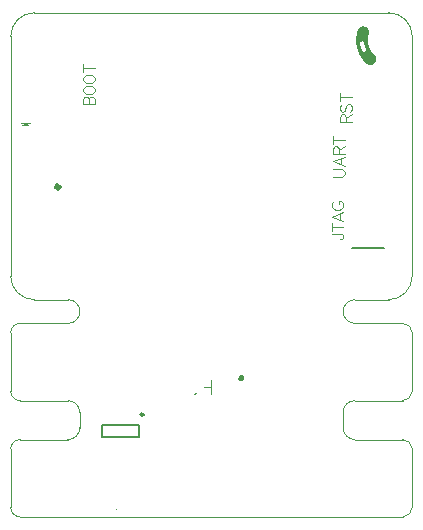
<source format=gto>
G04*
G04 #@! TF.GenerationSoftware,Altium Limited,Altium Designer,21.6.1 (37)*
G04*
G04 Layer_Color=65535*
%FSAX25Y25*%
%MOIN*%
G70*
G04*
G04 #@! TF.SameCoordinates,2A6196F6-AC41-4C62-9EE7-3AB2130DBF51*
G04*
G04*
G04 #@! TF.FilePolarity,Positive*
G04*
G01*
G75*
%ADD10C,0.00984*%
%ADD11C,0.01968*%
%ADD12C,0.00394*%
%ADD13C,0.01575*%
%ADD14C,0.00591*%
%ADD15C,0.00787*%
G36*
X-0000197Y0045472D02*
X0000295Y0045472D01*
Y0040748D01*
X-0000197D01*
Y0042913D01*
X-0002559D01*
Y0043307D01*
X-0000197Y0043307D01*
X-0000197Y0045472D01*
D02*
G37*
G36*
X-0061910Y0131299D02*
X-0060335Y0130118D01*
X-0063484D01*
X-0061910Y0131299D01*
D02*
G37*
G36*
X0048550Y0156492D02*
X0048485Y0156777D01*
X0048429Y0157064D01*
X0048380Y0157353D01*
X0048340Y0157642D01*
X0048307Y0157933D01*
X0048281Y0158224D01*
X0048264Y0158517D01*
X0048255Y0158809D01*
X0048254Y0159101D01*
X0048260Y0159394D01*
X0048275Y0159686D01*
X0048297Y0159978D01*
X0048328Y0160269D01*
X0048366Y0160559D01*
X0048412Y0160848D01*
X0048466Y0161135D01*
X0048527Y0161421D01*
X0048597Y0161705D01*
X0048674Y0161988D01*
X0048707Y0162099D01*
X0048707Y0162100D01*
X0048738Y0162195D01*
X0048781Y0162304D01*
X0048830Y0162411D01*
X0048885Y0162514D01*
X0048947Y0162614D01*
X0049015Y0162710D01*
X0049088Y0162802D01*
X0049167Y0162889D01*
X0049251Y0162971D01*
X0049339Y0163048D01*
X0049433Y0163119D01*
X0049530Y0163185D01*
X0049631Y0163245D01*
X0049735Y0163298D01*
X0049843Y0163346D01*
X0049953Y0163386D01*
X0050065Y0163420D01*
X0050180Y0163447D01*
X0050295Y0163467D01*
X0050412Y0163480D01*
X0050529Y0163486D01*
X0050647Y0163484D01*
X0050764Y0163476D01*
X0050880Y0163461D01*
X0050995Y0163438D01*
X0051109Y0163409D01*
X0051221Y0163373D01*
X0051330Y0163330D01*
X0051437Y0163281D01*
X0051540Y0163226D01*
X0051640Y0163164D01*
X0051736Y0163096D01*
X0051828Y0163023D01*
X0051915Y0162944D01*
X0051997Y0162860D01*
X0052074Y0162772D01*
X0052145Y0162679D01*
X0052211Y0162581D01*
X0052271Y0162480D01*
X0052324Y0162376D01*
X0052371Y0162268D01*
X0052412Y0162158D01*
X0052446Y0162046D01*
X0052473Y0161931D01*
X0052492Y0161816D01*
X0052505Y0161699D01*
X0052511Y0161582D01*
X0052510Y0161464D01*
X0052502Y0161347D01*
X0052487Y0161231D01*
X0052464Y0161116D01*
X0052435Y0161002D01*
X0052430Y0160986D01*
X0052430Y0160986D01*
X0052375Y0160794D01*
X0052320Y0160574D01*
X0052272Y0160353D01*
X0052232Y0160131D01*
X0052199Y0159907D01*
X0052173Y0159682D01*
X0052154Y0159456D01*
X0052143Y0159230D01*
X0052139Y0159004D01*
X0052143Y0158778D01*
X0052154Y0158552D01*
X0052173Y0158326D01*
X0052199Y0158101D01*
X0052232Y0157877D01*
X0052272Y0157655D01*
X0052320Y0157434D01*
X0052375Y0157214D01*
X0052437Y0156996D01*
X0052506Y0156781D01*
X0052583Y0156568D01*
X0052666Y0156357D01*
X0052756Y0156150D01*
X0052853Y0155945D01*
X0052956Y0155744D01*
X0053066Y0155546D01*
X0053182Y0155352D01*
X0053305Y0155162D01*
X0053434Y0154976D01*
X0053569Y0154794D01*
X0053709Y0154617D01*
X0053856Y0154444D01*
X0054008Y0154276D01*
X0054165Y0154114D01*
X0054325Y0153959D01*
X0054325Y0153959D01*
X0054343Y0153943D01*
X0054425Y0153859D01*
X0054502Y0153770D01*
X0054574Y0153677D01*
X0054639Y0153580D01*
X0054699Y0153479D01*
X0054752Y0153375D01*
X0054799Y0153267D01*
X0054840Y0153157D01*
X0054874Y0153044D01*
X0054901Y0152930D01*
X0054921Y0152814D01*
X0054934Y0152698D01*
X0054940Y0152581D01*
X0054939Y0152463D01*
X0054930Y0152346D01*
X0054915Y0152230D01*
X0054893Y0152114D01*
X0054863Y0152001D01*
X0054827Y0151889D01*
X0054785Y0151780D01*
X0054735Y0151673D01*
X0054680Y0151570D01*
X0054618Y0151470D01*
X0054550Y0151374D01*
X0054477Y0151282D01*
X0054398Y0151195D01*
X0054314Y0151113D01*
X0054226Y0151036D01*
X0054133Y0150965D01*
X0054035Y0150899D01*
X0053934Y0150839D01*
X0053830Y0150786D01*
X0053722Y0150739D01*
X0053612Y0150698D01*
X0053500Y0150664D01*
X0053385Y0150637D01*
X0053270Y0150617D01*
X0053153Y0150604D01*
X0053036Y0150598D01*
X0052918Y0150600D01*
X0052801Y0150608D01*
X0052685Y0150623D01*
X0052570Y0150645D01*
X0052456Y0150675D01*
X0052344Y0150711D01*
X0052235Y0150754D01*
X0052128Y0150803D01*
X0052025Y0150858D01*
X0051925Y0150920D01*
X0051829Y0150988D01*
X0051737Y0151061D01*
X0051668Y0151124D01*
X0051668Y0151124D01*
X0051556Y0151229D01*
X0051349Y0151435D01*
X0051146Y0151647D01*
X0050950Y0151864D01*
X0050760Y0152086D01*
X0050575Y0152313D01*
X0050397Y0152545D01*
X0050226Y0152782D01*
X0050060Y0153023D01*
X0049902Y0153269D01*
X0049750Y0153519D01*
X0049604Y0153773D01*
X0049466Y0154031D01*
X0049335Y0154292D01*
X0049211Y0154557D01*
X0049094Y0154825D01*
X0048985Y0155096D01*
X0048883Y0155371D01*
X0048788Y0155648D01*
X0048701Y0155927D01*
X0048621Y0156208D01*
X0048550Y0156492D01*
D02*
G37*
%LPC*%
G36*
X0049601Y0157678D02*
X0049602Y0157678D01*
X0050213Y0155396D01*
X0050213Y0155396D01*
X0050234Y0155331D01*
X0050263Y0155268D01*
X0050299Y0155209D01*
X0050341Y0155154D01*
X0050389Y0155104D01*
X0050442Y0155060D01*
X0050500Y0155022D01*
X0050562Y0154991D01*
X0050626Y0154967D01*
X0050694Y0154950D01*
X0050762Y0154941D01*
X0050831Y0154940D01*
X0050900Y0154946D01*
X0050968Y0154960D01*
X0051034Y0154982D01*
X0051096Y0155011D01*
X0051156Y0155046D01*
X0051210Y0155089D01*
X0051260Y0155137D01*
X0051304Y0155190D01*
X0051342Y0155248D01*
X0051373Y0155309D01*
X0051397Y0155374D01*
X0051414Y0155441D01*
X0051423Y0155510D01*
X0051424Y0155579D01*
X0051418Y0155648D01*
X0051404Y0155716D01*
X0051403Y0155715D01*
X0050792Y0157997D01*
X0050792Y0157997D01*
X0050771Y0158063D01*
X0050742Y0158126D01*
X0050706Y0158185D01*
X0050664Y0158240D01*
X0050616Y0158290D01*
X0050563Y0158334D01*
X0050505Y0158371D01*
X0050443Y0158403D01*
X0050379Y0158427D01*
X0050311Y0158443D01*
X0050243Y0158452D01*
X0050174Y0158454D01*
X0050105Y0158447D01*
X0050037Y0158433D01*
X0049972Y0158412D01*
X0049909Y0158383D01*
X0049850Y0158347D01*
X0049795Y0158305D01*
X0049745Y0158257D01*
X0049701Y0158204D01*
X0049663Y0158146D01*
X0049632Y0158084D01*
X0049608Y0158019D01*
X0049591Y0157952D01*
X0049582Y0157884D01*
X0049581Y0157815D01*
X0049587Y0157746D01*
X0049601Y0157678D01*
D02*
G37*
%LPD*%
D10*
X-0022638Y0034055D02*
G03*
X-0022638Y0034055I-0000492J0000000D01*
G01*
D11*
X0009996Y0046272D02*
G03*
X0009996Y0046272I-0000197J0000000D01*
G01*
D12*
X-0031496Y0002559D02*
G03*
X-0031496Y0002559I-0000197J0000000D01*
G01*
D02*
G03*
X-0031496Y0002559I-0000197J0000000D01*
G01*
X-0063484Y0131299D02*
X-0060335D01*
X0040060Y0094394D02*
X0043059D01*
X0043621Y0094207D01*
X0043809Y0094019D01*
X0043996Y0093644D01*
Y0093269D01*
X0043809Y0092895D01*
X0043621Y0092707D01*
X0043059Y0092520D01*
X0042684D01*
X0040060Y0096718D02*
X0043996D01*
X0040060Y0095406D02*
Y0098030D01*
X0043996Y0101498D02*
X0040060Y0099998D01*
X0043996Y0098499D01*
X0042684Y0099061D02*
Y0100936D01*
X0040997Y0105228D02*
X0040622Y0105040D01*
X0040247Y0104666D01*
X0040060Y0104291D01*
Y0103541D01*
X0040247Y0103166D01*
X0040622Y0102791D01*
X0040997Y0102604D01*
X0041559Y0102416D01*
X0042497D01*
X0043059Y0102604D01*
X0043434Y0102791D01*
X0043809Y0103166D01*
X0043996Y0103541D01*
Y0104291D01*
X0043809Y0104666D01*
X0043434Y0105040D01*
X0043059Y0105228D01*
X0042497D01*
Y0104291D02*
Y0105228D01*
X0042914Y0131487D02*
X0046850D01*
X0042914D02*
Y0133174D01*
X0043102Y0133736D01*
X0043289Y0133924D01*
X0043664Y0134111D01*
X0044039D01*
X0044414Y0133924D01*
X0044601Y0133736D01*
X0044789Y0133174D01*
Y0131487D01*
Y0132799D02*
X0046850Y0134111D01*
X0043477Y0137616D02*
X0043102Y0137241D01*
X0042914Y0136679D01*
Y0135929D01*
X0043102Y0135367D01*
X0043477Y0134992D01*
X0043851D01*
X0044226Y0135179D01*
X0044414Y0135367D01*
X0044601Y0135742D01*
X0044976Y0136866D01*
X0045164Y0137241D01*
X0045351Y0137429D01*
X0045726Y0137616D01*
X0046288D01*
X0046663Y0137241D01*
X0046850Y0136679D01*
Y0135929D01*
X0046663Y0135367D01*
X0046288Y0134992D01*
X0042914Y0139809D02*
X0046850D01*
X0042914Y0138497D02*
Y0141121D01*
X0040552Y0113287D02*
X0043364D01*
X0043926Y0113475D01*
X0044301Y0113850D01*
X0044488Y0114412D01*
Y0114787D01*
X0044301Y0115349D01*
X0043926Y0115724D01*
X0043364Y0115911D01*
X0040552D01*
X0044488Y0119998D02*
X0040552Y0118498D01*
X0044488Y0116999D01*
X0043176Y0117561D02*
Y0119435D01*
X0040552Y0120916D02*
X0044488D01*
X0040552D02*
Y0122603D01*
X0040740Y0123165D01*
X0040927Y0123353D01*
X0041302Y0123540D01*
X0041677D01*
X0042052Y0123353D01*
X0042239Y0123165D01*
X0042426Y0122603D01*
Y0120916D01*
Y0122228D02*
X0044488Y0123540D01*
X0040552Y0125733D02*
X0044488D01*
X0040552Y0124421D02*
Y0127045D01*
X-0042716Y0137500D02*
X-0038976D01*
X-0042716D02*
Y0139103D01*
X-0042538Y0139637D01*
X-0042360Y0139815D01*
X-0042004Y0139993D01*
X-0041647D01*
X-0041291Y0139815D01*
X-0041113Y0139637D01*
X-0040935Y0139103D01*
Y0137500D02*
Y0139103D01*
X-0040757Y0139637D01*
X-0040579Y0139815D01*
X-0040223Y0139993D01*
X-0039689D01*
X-0039333Y0139815D01*
X-0039154Y0139637D01*
X-0038976Y0139103D01*
Y0137500D01*
X-0042716Y0141898D02*
X-0042538Y0141542D01*
X-0042182Y0141186D01*
X-0041825Y0141008D01*
X-0041291Y0140830D01*
X-0040401D01*
X-0039867Y0141008D01*
X-0039511Y0141186D01*
X-0039154Y0141542D01*
X-0038976Y0141898D01*
Y0142611D01*
X-0039154Y0142967D01*
X-0039511Y0143323D01*
X-0039867Y0143501D01*
X-0040401Y0143679D01*
X-0041291D01*
X-0041825Y0143501D01*
X-0042182Y0143323D01*
X-0042538Y0142967D01*
X-0042716Y0142611D01*
Y0141898D01*
Y0145620D02*
X-0042538Y0145264D01*
X-0042182Y0144907D01*
X-0041825Y0144729D01*
X-0041291Y0144551D01*
X-0040401D01*
X-0039867Y0144729D01*
X-0039511Y0144907D01*
X-0039154Y0145264D01*
X-0038976Y0145620D01*
Y0146332D01*
X-0039154Y0146688D01*
X-0039511Y0147044D01*
X-0039867Y0147222D01*
X-0040401Y0147400D01*
X-0041291D01*
X-0041825Y0147222D01*
X-0042182Y0147044D01*
X-0042538Y0146688D01*
X-0042716Y0146332D01*
Y0145620D01*
Y0149519D02*
X-0038976D01*
X-0042716Y0148273D02*
Y0150766D01*
X-0066927Y0003150D02*
G03*
X-0063774Y0000000I0003145J-0000004D01*
G01*
Y0025748D02*
G03*
X-0066927Y0022598I-0000008J-0003145D01*
G01*
X-0047829Y0025748D02*
G03*
X-0043892Y0029689I-0000001J0003938D01*
G01*
Y0034803D02*
G03*
X-0047829Y0038740I-0003938J-0000001D01*
G01*
X-0066927Y0041890D02*
G03*
X-0063774Y0038740I0003145J-0000004D01*
G01*
Y0064488D02*
G03*
X-0066927Y0061339I-0000008J-0003145D01*
G01*
X-0047829Y0064488D02*
G03*
X-0047829Y0072366I-0000006J0003939D01*
G01*
X-0066919Y0080240D02*
G03*
X-0059045Y0072366I0007870J-0000004D01*
G01*
X-0059049Y0168038D02*
G03*
X-0066923Y0160164I0000003J-0007877D01*
G01*
X0059053Y0072366D02*
G03*
X0066927Y0080240I-0000010J0007884D01*
G01*
X0047837Y0072366D02*
G03*
X0047829Y0064488I-0000006J-0003939D01*
G01*
X0066927Y0061339D02*
G03*
X0063774Y0064488I-0003152J-0000002D01*
G01*
Y0038740D02*
G03*
X0066927Y0041890I0000001J0003152D01*
G01*
X0047829Y0038740D02*
G03*
X0043892Y0034803I0000001J-0003938D01*
G01*
Y0029689D02*
G03*
X0047829Y0025748I0003938J-0000002D01*
G01*
X0066927Y0022598D02*
G03*
X0063774Y0025748I-0003152J-0000002D01*
G01*
Y0000000D02*
G03*
X0066927Y0003150I0000001J0003152D01*
G01*
Y0160164D02*
G03*
X0059053Y0168038I-0007877J-0000003D01*
G01*
X-0063774Y0000000D02*
X0063774D01*
X-0066927Y0003150D02*
Y0022598D01*
X-0063774Y0025748D02*
X-0047829D01*
X-0043892Y0029689D02*
Y0034803D01*
X-0063774Y0038740D02*
X-0047829D01*
X-0066927Y0041890D02*
Y0061339D01*
X-0063774Y0064488D02*
X-0047829D01*
X-0059045Y0072366D02*
X-0047829D01*
X-0066920Y0086817D02*
X-0066919Y0080240D01*
X-0066920Y0086817D02*
X-0066920D01*
X-0066923Y0160161D02*
X-0066920Y0086817D01*
X-0059049Y0168035D02*
X0059053D01*
X0047837Y0072366D02*
X0059053D01*
X0047829Y0064488D02*
X0063774D01*
X0066927Y0041890D02*
Y0061339D01*
X0047829Y0038740D02*
X0063774D01*
X0043892Y0029689D02*
Y0034803D01*
X0047829Y0025748D02*
X0063774D01*
X0066927Y0003150D02*
Y0022598D01*
Y0080240D02*
Y0160161D01*
D13*
X-0050703Y0109937D02*
G03*
X-0050703Y0109937I-0000557J0000000D01*
G01*
D02*
G03*
X-0050703Y0109937I-0000557J0000000D01*
G01*
D14*
X-0005281Y0041068D02*
G03*
X-0005281Y0041068I-0000197J0000000D01*
G01*
D15*
X-0036319Y0026673D02*
X-0024114D01*
X-0036319Y0030610D02*
X-0024114D01*
X-0036319Y0026673D02*
Y0030610D01*
X-0024114Y0026673D02*
Y0030610D01*
X0046712Y0089665D02*
X0057512D01*
M02*

</source>
